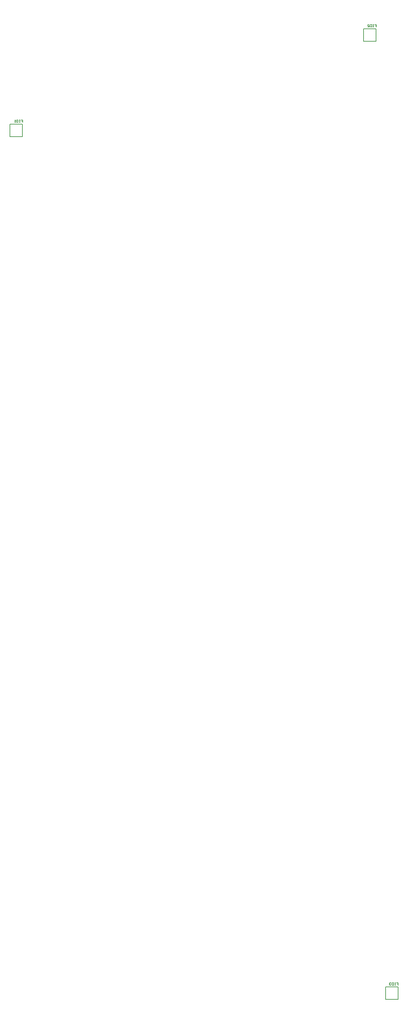
<source format=gbo>
G04*
G04 #@! TF.GenerationSoftware,Altium Limited,Altium Designer,22.11.1 (43)*
G04*
G04 Layer_Color=32896*
%FSLAX44Y44*%
%MOMM*%
G71*
G04*
G04 #@! TF.SameCoordinates,34125678-5B9D-45F6-926E-A613B9C88BDA*
G04*
G04*
G04 #@! TF.FilePolarity,Positive*
G04*
G01*
G75*
%ADD14C,0.1270*%
%ADD17C,0.1524*%
D14*
X1217370Y51844D02*
Y84864D01*
X1250390Y51844D02*
Y84864D01*
X1217370Y51844D02*
X1250390D01*
X1217370Y84864D02*
X1250390D01*
X222977Y2334699D02*
Y2367719D01*
X255997Y2334699D02*
Y2367719D01*
X222977Y2334699D02*
X255997D01*
X222977Y2367719D02*
X255997D01*
X1159510Y2586990D02*
Y2620010D01*
X1192530Y2586990D02*
Y2620010D01*
X1159510Y2586990D02*
X1192530D01*
X1159510Y2620010D02*
X1192530D01*
D17*
X1246478Y95956D02*
X1250880D01*
Y92655D01*
X1248679D01*
X1250880D01*
Y89354D01*
X1244278Y95956D02*
X1242077D01*
X1243177D01*
Y89354D01*
X1244278D01*
X1242077D01*
X1238776Y95956D02*
Y89354D01*
X1235475D01*
X1234375Y90455D01*
Y94856D01*
X1235475Y95956D01*
X1238776D01*
X1232174Y94856D02*
X1231074Y95956D01*
X1228873D01*
X1227773Y94856D01*
Y93756D01*
X1228873Y92655D01*
X1229974D01*
X1228873D01*
X1227773Y91555D01*
Y90455D01*
X1228873Y89354D01*
X1231074D01*
X1232174Y90455D01*
X252085Y2378811D02*
X256487D01*
Y2375510D01*
X254286D01*
X256487D01*
Y2372209D01*
X249885Y2378811D02*
X247684D01*
X248785D01*
Y2372209D01*
X249885D01*
X247684D01*
X244383Y2378811D02*
Y2372209D01*
X241082D01*
X239982Y2373309D01*
Y2377710D01*
X241082Y2378811D01*
X244383D01*
X237781Y2372209D02*
X235581D01*
X236681D01*
Y2378811D01*
X237781Y2377710D01*
X1188619Y2631102D02*
X1193020D01*
Y2627801D01*
X1190819D01*
X1193020D01*
Y2624500D01*
X1186418Y2631102D02*
X1184218D01*
X1185318D01*
Y2624500D01*
X1186418D01*
X1184218D01*
X1180917Y2631102D02*
Y2624500D01*
X1177616D01*
X1176515Y2625600D01*
Y2630002D01*
X1177616Y2631102D01*
X1180917D01*
X1169913Y2624500D02*
X1174315D01*
X1169913Y2628901D01*
Y2630002D01*
X1171014Y2631102D01*
X1173214D01*
X1174315Y2630002D01*
M02*

</source>
